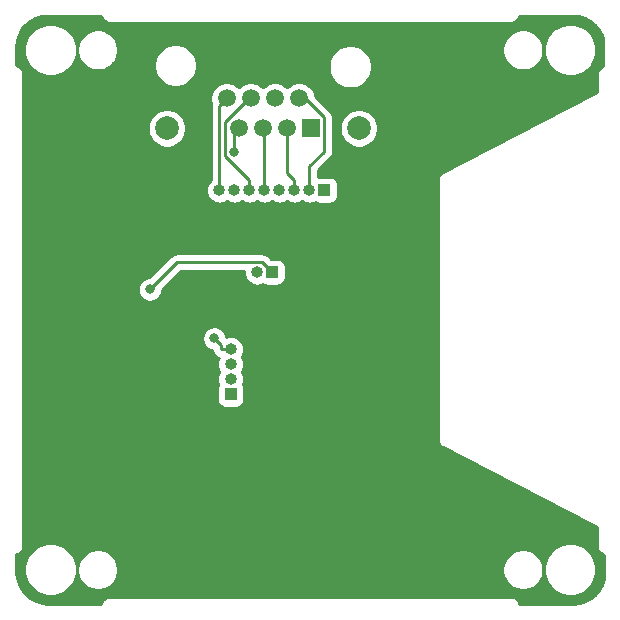
<source format=gbr>
G04 #@! TF.GenerationSoftware,KiCad,Pcbnew,5.1.2-f72e74a~84~ubuntu18.04.1*
G04 #@! TF.CreationDate,2019-06-24T22:58:02+09:00*
G04 #@! TF.ProjectId,dentureRS485,64656e74-7572-4655-9253-3438352e6b69,rev?*
G04 #@! TF.SameCoordinates,Original*
G04 #@! TF.FileFunction,Copper,L2,Bot*
G04 #@! TF.FilePolarity,Positive*
%FSLAX46Y46*%
G04 Gerber Fmt 4.6, Leading zero omitted, Abs format (unit mm)*
G04 Created by KiCad (PCBNEW 5.1.2-f72e74a~84~ubuntu18.04.1) date 2019-06-24 22:58:02*
%MOMM*%
%LPD*%
G04 APERTURE LIST*
%ADD10R,1.000000X1.000000*%
%ADD11O,1.000000X1.000000*%
%ADD12R,1.500000X1.500000*%
%ADD13C,1.500000*%
%ADD14C,2.000000*%
%ADD15C,0.800000*%
%ADD16C,0.250000*%
%ADD17C,0.254000*%
G04 APERTURE END LIST*
D10*
X118259000Y-82153200D03*
D11*
X118259000Y-80883200D03*
X118259000Y-79613200D03*
X118259000Y-78343200D03*
D10*
X126205000Y-64871600D03*
D11*
X124935000Y-64871600D03*
X123665000Y-64871600D03*
X122395000Y-64871600D03*
X121125000Y-64871600D03*
X119855000Y-64871600D03*
X118585000Y-64871600D03*
X117315000Y-64871600D03*
D12*
X125070000Y-59639200D03*
D13*
X123030000Y-59639200D03*
X120990000Y-59639200D03*
X118950000Y-59639200D03*
X124050000Y-57099200D03*
X122010000Y-57099200D03*
X119970000Y-57099200D03*
X117930000Y-57099200D03*
D14*
X129115000Y-59639200D03*
X112865000Y-59639200D03*
D10*
X121769000Y-71813200D03*
D11*
X120499000Y-71813200D03*
D15*
X132868800Y-62953200D03*
X125555053Y-71679453D03*
X139578800Y-93193200D03*
X105795309Y-94437674D03*
X105484039Y-55378439D03*
X110158800Y-76503200D03*
X128798800Y-84413200D03*
X128718800Y-77713200D03*
X141778800Y-56883200D03*
X118531700Y-61673500D03*
X111424600Y-73285600D03*
X116874000Y-77427000D03*
D16*
X132868800Y-62953200D02*
X125555053Y-70266947D01*
X125555053Y-70266947D02*
X125555053Y-71679453D01*
X125555053Y-71679453D02*
X125555053Y-79169453D01*
X125555053Y-79169453D02*
X139578800Y-93193200D01*
X105795309Y-94437674D02*
X105795309Y-55689709D01*
X105795309Y-55689709D02*
X105484039Y-55378439D01*
X105795309Y-94437674D02*
X105795309Y-80866691D01*
X105795309Y-80866691D02*
X110158800Y-76503200D01*
X139578800Y-93193200D02*
X137578800Y-93193200D01*
X137578800Y-93193200D02*
X128798800Y-84413200D01*
X128798800Y-84413200D02*
X128798800Y-77793200D01*
X128798800Y-77793200D02*
X128718800Y-77713200D01*
X132868800Y-62953200D02*
X135708800Y-62953200D01*
X135708800Y-62953200D02*
X141778800Y-56883200D01*
X124050000Y-57099200D02*
X124538000Y-57099200D01*
X124538000Y-57099200D02*
X126145400Y-58706600D01*
X126145400Y-58706600D02*
X126145400Y-61614600D01*
X126145400Y-61614600D02*
X124935000Y-62825000D01*
X124935000Y-62825000D02*
X124935000Y-64871600D01*
X123665000Y-64871600D02*
X123665000Y-64046300D01*
X123030000Y-59639200D02*
X123030000Y-63411300D01*
X123030000Y-63411300D02*
X123665000Y-64046300D01*
X120990000Y-59639200D02*
X121125000Y-59774200D01*
X121125000Y-59774200D02*
X121125000Y-64871600D01*
X119970000Y-57099200D02*
X119842400Y-57099200D01*
X119842400Y-57099200D02*
X117806400Y-59135200D01*
X117806400Y-59135200D02*
X117806400Y-61997700D01*
X117806400Y-61997700D02*
X119855000Y-64046300D01*
X119855000Y-64871600D02*
X119855000Y-64046300D01*
X118950000Y-59639200D02*
X118531700Y-60057500D01*
X118531700Y-60057500D02*
X118531700Y-61673500D01*
X117930000Y-57099200D02*
X117315000Y-57714200D01*
X117315000Y-57714200D02*
X117315000Y-64871600D01*
X121769000Y-71813200D02*
X120943600Y-70987800D01*
X120943600Y-70987800D02*
X113722400Y-70987800D01*
X113722400Y-70987800D02*
X111424600Y-73285600D01*
X118259000Y-78343200D02*
X117433700Y-78343200D01*
X116874000Y-77427000D02*
X117433700Y-77986700D01*
X117433700Y-77986700D02*
X117433700Y-78343200D01*
D17*
G36*
X107300273Y-50139184D02*
G01*
X107340872Y-50273020D01*
X107406800Y-50396363D01*
X107495525Y-50504475D01*
X107575128Y-50569803D01*
X107603637Y-50593200D01*
X107726980Y-50659128D01*
X107860816Y-50699727D01*
X108000000Y-50713435D01*
X108034877Y-50710000D01*
X141965123Y-50710000D01*
X142000000Y-50713435D01*
X142034877Y-50710000D01*
X142139184Y-50699727D01*
X142273020Y-50659128D01*
X142396363Y-50593200D01*
X142504475Y-50504475D01*
X142593200Y-50396363D01*
X142659128Y-50273020D01*
X142699727Y-50139184D01*
X142702187Y-50114200D01*
X147208106Y-50114200D01*
X147721830Y-50164571D01*
X148223785Y-50316120D01*
X148686737Y-50562276D01*
X149093069Y-50893673D01*
X149427287Y-51297672D01*
X149676672Y-51758898D01*
X149776414Y-52081114D01*
X149782107Y-54324149D01*
X149726980Y-54340872D01*
X149603637Y-54406800D01*
X149495525Y-54495525D01*
X149406800Y-54603637D01*
X149340872Y-54726980D01*
X149300273Y-54860816D01*
X149286565Y-55000000D01*
X149290000Y-55034877D01*
X149290001Y-56568377D01*
X136231273Y-63339570D01*
X136226980Y-63340872D01*
X136169214Y-63371749D01*
X136142213Y-63385749D01*
X136138481Y-63388175D01*
X136103637Y-63406800D01*
X136079988Y-63426208D01*
X136054343Y-63442883D01*
X136026062Y-63470465D01*
X135995525Y-63495526D01*
X135976118Y-63519174D01*
X135954218Y-63540532D01*
X135931861Y-63573101D01*
X135906800Y-63603638D01*
X135892380Y-63630616D01*
X135875067Y-63655837D01*
X135859493Y-63692143D01*
X135840872Y-63726981D01*
X135831992Y-63756255D01*
X135819932Y-63784369D01*
X135811742Y-63823010D01*
X135800273Y-63860817D01*
X135797274Y-63891267D01*
X135790932Y-63921188D01*
X135790437Y-63960682D01*
X135790000Y-63965124D01*
X135790000Y-63995623D01*
X135789181Y-64061033D01*
X135790000Y-64065438D01*
X135790001Y-85934557D01*
X135789181Y-85938967D01*
X135790001Y-86004457D01*
X135790001Y-86034877D01*
X135790437Y-86039308D01*
X135790932Y-86078812D01*
X135797276Y-86108741D01*
X135800274Y-86139184D01*
X135811740Y-86176982D01*
X135819932Y-86215631D01*
X135831994Y-86243751D01*
X135840873Y-86273020D01*
X135859491Y-86307852D01*
X135875067Y-86344163D01*
X135892382Y-86369388D01*
X135906801Y-86396363D01*
X135931860Y-86426898D01*
X135954218Y-86459468D01*
X135976119Y-86480827D01*
X135995526Y-86504475D01*
X136026061Y-86529534D01*
X136054343Y-86557117D01*
X136079992Y-86573794D01*
X136103638Y-86593200D01*
X136138477Y-86611822D01*
X136142213Y-86614251D01*
X136169247Y-86628269D01*
X136226981Y-86659128D01*
X136231272Y-86660430D01*
X149265000Y-93418660D01*
X149265001Y-95036105D01*
X149275636Y-95144085D01*
X149317664Y-95282633D01*
X149385914Y-95410320D01*
X149477763Y-95522238D01*
X149589681Y-95614087D01*
X149717368Y-95682337D01*
X149855916Y-95724365D01*
X149887191Y-95727445D01*
X149890000Y-96834164D01*
X149890000Y-97265279D01*
X149837335Y-97802403D01*
X149691427Y-98285673D01*
X149454429Y-98731402D01*
X149135371Y-99122604D01*
X148746407Y-99444384D01*
X148302348Y-99684485D01*
X147820102Y-99833765D01*
X147285071Y-99890000D01*
X142702601Y-99890000D01*
X142699727Y-99860816D01*
X142659128Y-99726980D01*
X142593200Y-99603637D01*
X142504475Y-99495525D01*
X142396363Y-99406800D01*
X142273020Y-99340872D01*
X142139184Y-99300273D01*
X142034877Y-99290000D01*
X142000000Y-99286565D01*
X141965123Y-99290000D01*
X108034877Y-99290000D01*
X108000000Y-99286565D01*
X107965123Y-99290000D01*
X107860816Y-99300273D01*
X107726980Y-99340872D01*
X107603637Y-99406800D01*
X107495525Y-99495525D01*
X107406800Y-99603637D01*
X107340872Y-99726980D01*
X107300273Y-99860816D01*
X107297399Y-99890000D01*
X102834720Y-99890000D01*
X102278169Y-99835429D01*
X101776219Y-99683881D01*
X101313262Y-99437723D01*
X100906932Y-99106329D01*
X100572713Y-98702328D01*
X100323326Y-98241097D01*
X100168278Y-97740215D01*
X100110000Y-97185733D01*
X100110000Y-96779872D01*
X100765000Y-96779872D01*
X100765000Y-97220128D01*
X100850890Y-97651925D01*
X101019369Y-98058669D01*
X101263962Y-98424729D01*
X101575271Y-98736038D01*
X101941331Y-98980631D01*
X102348075Y-99149110D01*
X102779872Y-99235000D01*
X103220128Y-99235000D01*
X103651925Y-99149110D01*
X104058669Y-98980631D01*
X104424729Y-98736038D01*
X104736038Y-98424729D01*
X104980631Y-98058669D01*
X105149110Y-97651925D01*
X105235000Y-97220128D01*
X105235000Y-96829117D01*
X105265000Y-96829117D01*
X105265000Y-97170883D01*
X105331675Y-97506081D01*
X105462463Y-97821831D01*
X105652337Y-98105998D01*
X105894002Y-98347663D01*
X106178169Y-98537537D01*
X106493919Y-98668325D01*
X106829117Y-98735000D01*
X107170883Y-98735000D01*
X107506081Y-98668325D01*
X107821831Y-98537537D01*
X108105998Y-98347663D01*
X108347663Y-98105998D01*
X108537537Y-97821831D01*
X108668325Y-97506081D01*
X108735000Y-97170883D01*
X108735000Y-96829117D01*
X141265000Y-96829117D01*
X141265000Y-97170883D01*
X141331675Y-97506081D01*
X141462463Y-97821831D01*
X141652337Y-98105998D01*
X141894002Y-98347663D01*
X142178169Y-98537537D01*
X142493919Y-98668325D01*
X142829117Y-98735000D01*
X143170883Y-98735000D01*
X143506081Y-98668325D01*
X143821831Y-98537537D01*
X144105998Y-98347663D01*
X144347663Y-98105998D01*
X144537537Y-97821831D01*
X144668325Y-97506081D01*
X144735000Y-97170883D01*
X144735000Y-96829117D01*
X144725205Y-96779872D01*
X144765000Y-96779872D01*
X144765000Y-97220128D01*
X144850890Y-97651925D01*
X145019369Y-98058669D01*
X145263962Y-98424729D01*
X145575271Y-98736038D01*
X145941331Y-98980631D01*
X146348075Y-99149110D01*
X146779872Y-99235000D01*
X147220128Y-99235000D01*
X147651925Y-99149110D01*
X148058669Y-98980631D01*
X148424729Y-98736038D01*
X148736038Y-98424729D01*
X148980631Y-98058669D01*
X149149110Y-97651925D01*
X149235000Y-97220128D01*
X149235000Y-96779872D01*
X149149110Y-96348075D01*
X148980631Y-95941331D01*
X148736038Y-95575271D01*
X148424729Y-95263962D01*
X148058669Y-95019369D01*
X147651925Y-94850890D01*
X147220128Y-94765000D01*
X146779872Y-94765000D01*
X146348075Y-94850890D01*
X145941331Y-95019369D01*
X145575271Y-95263962D01*
X145263962Y-95575271D01*
X145019369Y-95941331D01*
X144850890Y-96348075D01*
X144765000Y-96779872D01*
X144725205Y-96779872D01*
X144668325Y-96493919D01*
X144537537Y-96178169D01*
X144347663Y-95894002D01*
X144105998Y-95652337D01*
X143821831Y-95462463D01*
X143506081Y-95331675D01*
X143170883Y-95265000D01*
X142829117Y-95265000D01*
X142493919Y-95331675D01*
X142178169Y-95462463D01*
X141894002Y-95652337D01*
X141652337Y-95894002D01*
X141462463Y-96178169D01*
X141331675Y-96493919D01*
X141265000Y-96829117D01*
X108735000Y-96829117D01*
X108668325Y-96493919D01*
X108537537Y-96178169D01*
X108347663Y-95894002D01*
X108105998Y-95652337D01*
X107821831Y-95462463D01*
X107506081Y-95331675D01*
X107170883Y-95265000D01*
X106829117Y-95265000D01*
X106493919Y-95331675D01*
X106178169Y-95462463D01*
X105894002Y-95652337D01*
X105652337Y-95894002D01*
X105462463Y-96178169D01*
X105331675Y-96493919D01*
X105265000Y-96829117D01*
X105235000Y-96829117D01*
X105235000Y-96779872D01*
X105149110Y-96348075D01*
X104980631Y-95941331D01*
X104736038Y-95575271D01*
X104424729Y-95263962D01*
X104058669Y-95019369D01*
X103651925Y-94850890D01*
X103220128Y-94765000D01*
X102779872Y-94765000D01*
X102348075Y-94850890D01*
X101941331Y-95019369D01*
X101575271Y-95263962D01*
X101263962Y-95575271D01*
X101019369Y-95941331D01*
X100850890Y-96348075D01*
X100765000Y-96779872D01*
X100110000Y-96779872D01*
X100110000Y-95702601D01*
X100139184Y-95699727D01*
X100273020Y-95659128D01*
X100396363Y-95593200D01*
X100504475Y-95504475D01*
X100593200Y-95396363D01*
X100659128Y-95273020D01*
X100699727Y-95139184D01*
X100713435Y-95000000D01*
X100710000Y-94965123D01*
X100710000Y-77325061D01*
X115839000Y-77325061D01*
X115839000Y-77528939D01*
X115878774Y-77728898D01*
X115956795Y-77917256D01*
X116070063Y-78086774D01*
X116214226Y-78230937D01*
X116383744Y-78344205D01*
X116572102Y-78422226D01*
X116679919Y-78443672D01*
X116684697Y-78492186D01*
X116728154Y-78635447D01*
X116798726Y-78767476D01*
X116893699Y-78883201D01*
X117009424Y-78978174D01*
X117141453Y-79048746D01*
X117255288Y-79083277D01*
X117205324Y-79176753D01*
X117140423Y-79390701D01*
X117118509Y-79613200D01*
X117140423Y-79835699D01*
X117205324Y-80049647D01*
X117310716Y-80246823D01*
X117311846Y-80248200D01*
X117310716Y-80249577D01*
X117205324Y-80446753D01*
X117140423Y-80660701D01*
X117118509Y-80883200D01*
X117140423Y-81105699D01*
X117205324Y-81319647D01*
X117211297Y-81330821D01*
X117169498Y-81409020D01*
X117133188Y-81528718D01*
X117120928Y-81653200D01*
X117120928Y-82653200D01*
X117133188Y-82777682D01*
X117169498Y-82897380D01*
X117228463Y-83007694D01*
X117307815Y-83104385D01*
X117404506Y-83183737D01*
X117514820Y-83242702D01*
X117634518Y-83279012D01*
X117759000Y-83291272D01*
X118759000Y-83291272D01*
X118883482Y-83279012D01*
X119003180Y-83242702D01*
X119113494Y-83183737D01*
X119210185Y-83104385D01*
X119289537Y-83007694D01*
X119348502Y-82897380D01*
X119384812Y-82777682D01*
X119397072Y-82653200D01*
X119397072Y-81653200D01*
X119384812Y-81528718D01*
X119348502Y-81409020D01*
X119306703Y-81330821D01*
X119312676Y-81319647D01*
X119377577Y-81105699D01*
X119399491Y-80883200D01*
X119377577Y-80660701D01*
X119312676Y-80446753D01*
X119207284Y-80249577D01*
X119206154Y-80248200D01*
X119207284Y-80246823D01*
X119312676Y-80049647D01*
X119377577Y-79835699D01*
X119399491Y-79613200D01*
X119377577Y-79390701D01*
X119312676Y-79176753D01*
X119207284Y-78979577D01*
X119206154Y-78978200D01*
X119207284Y-78976823D01*
X119312676Y-78779647D01*
X119377577Y-78565699D01*
X119399491Y-78343200D01*
X119377577Y-78120701D01*
X119312676Y-77906753D01*
X119207284Y-77709577D01*
X119065449Y-77536751D01*
X118892623Y-77394916D01*
X118695447Y-77289524D01*
X118481499Y-77224623D01*
X118314752Y-77208200D01*
X118203248Y-77208200D01*
X118036501Y-77224623D01*
X117897414Y-77266815D01*
X117869226Y-77125102D01*
X117791205Y-76936744D01*
X117677937Y-76767226D01*
X117533774Y-76623063D01*
X117364256Y-76509795D01*
X117175898Y-76431774D01*
X116975939Y-76392000D01*
X116772061Y-76392000D01*
X116572102Y-76431774D01*
X116383744Y-76509795D01*
X116214226Y-76623063D01*
X116070063Y-76767226D01*
X115956795Y-76936744D01*
X115878774Y-77125102D01*
X115839000Y-77325061D01*
X100710000Y-77325061D01*
X100710000Y-73183661D01*
X110389600Y-73183661D01*
X110389600Y-73387539D01*
X110429374Y-73587498D01*
X110507395Y-73775856D01*
X110620663Y-73945374D01*
X110764826Y-74089537D01*
X110934344Y-74202805D01*
X111122702Y-74280826D01*
X111322661Y-74320600D01*
X111526539Y-74320600D01*
X111726498Y-74280826D01*
X111914856Y-74202805D01*
X112084374Y-74089537D01*
X112228537Y-73945374D01*
X112341805Y-73775856D01*
X112419826Y-73587498D01*
X112459600Y-73387539D01*
X112459600Y-73325401D01*
X114037202Y-71747800D01*
X119364950Y-71747800D01*
X119358509Y-71813200D01*
X119380423Y-72035699D01*
X119445324Y-72249647D01*
X119550716Y-72446823D01*
X119692551Y-72619649D01*
X119865377Y-72761484D01*
X120062553Y-72866876D01*
X120276501Y-72931777D01*
X120443248Y-72948200D01*
X120554752Y-72948200D01*
X120721499Y-72931777D01*
X120935447Y-72866876D01*
X120946621Y-72860903D01*
X121024820Y-72902702D01*
X121144518Y-72939012D01*
X121269000Y-72951272D01*
X122269000Y-72951272D01*
X122393482Y-72939012D01*
X122513180Y-72902702D01*
X122623494Y-72843737D01*
X122720185Y-72764385D01*
X122799537Y-72667694D01*
X122858502Y-72557380D01*
X122894812Y-72437682D01*
X122907072Y-72313200D01*
X122907072Y-71313200D01*
X122894812Y-71188718D01*
X122858502Y-71069020D01*
X122799537Y-70958706D01*
X122720185Y-70862015D01*
X122623494Y-70782663D01*
X122513180Y-70723698D01*
X122393482Y-70687388D01*
X122269000Y-70675128D01*
X121705729Y-70675128D01*
X121507403Y-70476802D01*
X121483601Y-70447799D01*
X121367876Y-70352826D01*
X121235847Y-70282254D01*
X121092586Y-70238797D01*
X120980933Y-70227800D01*
X120980922Y-70227800D01*
X120943600Y-70224124D01*
X120906278Y-70227800D01*
X113759723Y-70227800D01*
X113722400Y-70224124D01*
X113685077Y-70227800D01*
X113685067Y-70227800D01*
X113573414Y-70238797D01*
X113430153Y-70282254D01*
X113298123Y-70352826D01*
X113214483Y-70421468D01*
X113182399Y-70447799D01*
X113158601Y-70476797D01*
X111384799Y-72250600D01*
X111322661Y-72250600D01*
X111122702Y-72290374D01*
X110934344Y-72368395D01*
X110764826Y-72481663D01*
X110620663Y-72625826D01*
X110507395Y-72795344D01*
X110429374Y-72983702D01*
X110389600Y-73183661D01*
X100710000Y-73183661D01*
X100710000Y-64871600D01*
X116174509Y-64871600D01*
X116196423Y-65094099D01*
X116261324Y-65308047D01*
X116366716Y-65505223D01*
X116508551Y-65678049D01*
X116681377Y-65819884D01*
X116878553Y-65925276D01*
X117092501Y-65990177D01*
X117259248Y-66006600D01*
X117370752Y-66006600D01*
X117537499Y-65990177D01*
X117751447Y-65925276D01*
X117948623Y-65819884D01*
X117950000Y-65818754D01*
X117951377Y-65819884D01*
X118148553Y-65925276D01*
X118362501Y-65990177D01*
X118529248Y-66006600D01*
X118640752Y-66006600D01*
X118807499Y-65990177D01*
X119021447Y-65925276D01*
X119218623Y-65819884D01*
X119220000Y-65818754D01*
X119221377Y-65819884D01*
X119418553Y-65925276D01*
X119632501Y-65990177D01*
X119799248Y-66006600D01*
X119910752Y-66006600D01*
X120077499Y-65990177D01*
X120291447Y-65925276D01*
X120488623Y-65819884D01*
X120490000Y-65818754D01*
X120491377Y-65819884D01*
X120688553Y-65925276D01*
X120902501Y-65990177D01*
X121069248Y-66006600D01*
X121180752Y-66006600D01*
X121347499Y-65990177D01*
X121561447Y-65925276D01*
X121758623Y-65819884D01*
X121760000Y-65818754D01*
X121761377Y-65819884D01*
X121958553Y-65925276D01*
X122172501Y-65990177D01*
X122339248Y-66006600D01*
X122450752Y-66006600D01*
X122617499Y-65990177D01*
X122831447Y-65925276D01*
X123028623Y-65819884D01*
X123030000Y-65818754D01*
X123031377Y-65819884D01*
X123228553Y-65925276D01*
X123442501Y-65990177D01*
X123609248Y-66006600D01*
X123720752Y-66006600D01*
X123887499Y-65990177D01*
X124101447Y-65925276D01*
X124298623Y-65819884D01*
X124300000Y-65818754D01*
X124301377Y-65819884D01*
X124498553Y-65925276D01*
X124712501Y-65990177D01*
X124879248Y-66006600D01*
X124990752Y-66006600D01*
X125157499Y-65990177D01*
X125371447Y-65925276D01*
X125382621Y-65919303D01*
X125460820Y-65961102D01*
X125580518Y-65997412D01*
X125705000Y-66009672D01*
X126705000Y-66009672D01*
X126829482Y-65997412D01*
X126949180Y-65961102D01*
X127059494Y-65902137D01*
X127156185Y-65822785D01*
X127235537Y-65726094D01*
X127294502Y-65615780D01*
X127330812Y-65496082D01*
X127343072Y-65371600D01*
X127343072Y-64371600D01*
X127330812Y-64247118D01*
X127294502Y-64127420D01*
X127235537Y-64017106D01*
X127156185Y-63920415D01*
X127059494Y-63841063D01*
X126949180Y-63782098D01*
X126829482Y-63745788D01*
X126705000Y-63733528D01*
X125705000Y-63733528D01*
X125695000Y-63734513D01*
X125695000Y-63139801D01*
X126656403Y-62178399D01*
X126685401Y-62154601D01*
X126749910Y-62075997D01*
X126780374Y-62038877D01*
X126850946Y-61906847D01*
X126890807Y-61775439D01*
X126894403Y-61763586D01*
X126905400Y-61651933D01*
X126905400Y-61651924D01*
X126909076Y-61614601D01*
X126905400Y-61577278D01*
X126905400Y-59478167D01*
X127480000Y-59478167D01*
X127480000Y-59800233D01*
X127542832Y-60116112D01*
X127666082Y-60413663D01*
X127845013Y-60681452D01*
X128072748Y-60909187D01*
X128340537Y-61088118D01*
X128638088Y-61211368D01*
X128953967Y-61274200D01*
X129276033Y-61274200D01*
X129591912Y-61211368D01*
X129889463Y-61088118D01*
X130157252Y-60909187D01*
X130384987Y-60681452D01*
X130563918Y-60413663D01*
X130687168Y-60116112D01*
X130750000Y-59800233D01*
X130750000Y-59478167D01*
X130687168Y-59162288D01*
X130563918Y-58864737D01*
X130384987Y-58596948D01*
X130157252Y-58369213D01*
X129889463Y-58190282D01*
X129591912Y-58067032D01*
X129276033Y-58004200D01*
X128953967Y-58004200D01*
X128638088Y-58067032D01*
X128340537Y-58190282D01*
X128072748Y-58369213D01*
X127845013Y-58596948D01*
X127666082Y-58864737D01*
X127542832Y-59162288D01*
X127480000Y-59478167D01*
X126905400Y-59478167D01*
X126905400Y-58743923D01*
X126909076Y-58706600D01*
X126905400Y-58669277D01*
X126905400Y-58669267D01*
X126894403Y-58557614D01*
X126850946Y-58414353D01*
X126780375Y-58282325D01*
X126780374Y-58282323D01*
X126709199Y-58195597D01*
X126685401Y-58166599D01*
X126656404Y-58142802D01*
X125424723Y-56911121D01*
X125381775Y-56695211D01*
X125277371Y-56443157D01*
X125125799Y-56216314D01*
X124932886Y-56023401D01*
X124706043Y-55871829D01*
X124453989Y-55767425D01*
X124186411Y-55714200D01*
X123913589Y-55714200D01*
X123646011Y-55767425D01*
X123393957Y-55871829D01*
X123167114Y-56023401D01*
X123030000Y-56160515D01*
X122892886Y-56023401D01*
X122666043Y-55871829D01*
X122413989Y-55767425D01*
X122146411Y-55714200D01*
X121873589Y-55714200D01*
X121606011Y-55767425D01*
X121353957Y-55871829D01*
X121127114Y-56023401D01*
X120990000Y-56160515D01*
X120852886Y-56023401D01*
X120626043Y-55871829D01*
X120373989Y-55767425D01*
X120106411Y-55714200D01*
X119833589Y-55714200D01*
X119566011Y-55767425D01*
X119313957Y-55871829D01*
X119087114Y-56023401D01*
X118950000Y-56160515D01*
X118812886Y-56023401D01*
X118586043Y-55871829D01*
X118333989Y-55767425D01*
X118066411Y-55714200D01*
X117793589Y-55714200D01*
X117526011Y-55767425D01*
X117273957Y-55871829D01*
X117047114Y-56023401D01*
X116854201Y-56216314D01*
X116702629Y-56443157D01*
X116598225Y-56695211D01*
X116545000Y-56962789D01*
X116545000Y-57235611D01*
X116592913Y-57476484D01*
X116565997Y-57565215D01*
X116555000Y-57676868D01*
X116555000Y-57676878D01*
X116551324Y-57714200D01*
X116555000Y-57751523D01*
X116555001Y-64027030D01*
X116508551Y-64065151D01*
X116366716Y-64237977D01*
X116261324Y-64435153D01*
X116196423Y-64649101D01*
X116174509Y-64871600D01*
X100710000Y-64871600D01*
X100710000Y-59478167D01*
X111230000Y-59478167D01*
X111230000Y-59800233D01*
X111292832Y-60116112D01*
X111416082Y-60413663D01*
X111595013Y-60681452D01*
X111822748Y-60909187D01*
X112090537Y-61088118D01*
X112388088Y-61211368D01*
X112703967Y-61274200D01*
X113026033Y-61274200D01*
X113341912Y-61211368D01*
X113639463Y-61088118D01*
X113907252Y-60909187D01*
X114134987Y-60681452D01*
X114313918Y-60413663D01*
X114437168Y-60116112D01*
X114500000Y-59800233D01*
X114500000Y-59478167D01*
X114437168Y-59162288D01*
X114313918Y-58864737D01*
X114134987Y-58596948D01*
X113907252Y-58369213D01*
X113639463Y-58190282D01*
X113341912Y-58067032D01*
X113026033Y-58004200D01*
X112703967Y-58004200D01*
X112388088Y-58067032D01*
X112090537Y-58190282D01*
X111822748Y-58369213D01*
X111595013Y-58596948D01*
X111416082Y-58864737D01*
X111292832Y-59162288D01*
X111230000Y-59478167D01*
X100710000Y-59478167D01*
X100710000Y-55034877D01*
X100713435Y-55000000D01*
X100699727Y-54860816D01*
X100659128Y-54726980D01*
X100593200Y-54603637D01*
X100504475Y-54495525D01*
X100396363Y-54406800D01*
X100273020Y-54340872D01*
X100139184Y-54300273D01*
X100110000Y-54297399D01*
X100110000Y-52779872D01*
X100765000Y-52779872D01*
X100765000Y-53220128D01*
X100850890Y-53651925D01*
X101019369Y-54058669D01*
X101263962Y-54424729D01*
X101575271Y-54736038D01*
X101941331Y-54980631D01*
X102348075Y-55149110D01*
X102779872Y-55235000D01*
X103220128Y-55235000D01*
X103651925Y-55149110D01*
X104058669Y-54980631D01*
X104424729Y-54736038D01*
X104736038Y-54424729D01*
X104980631Y-54058669D01*
X105149110Y-53651925D01*
X105235000Y-53220128D01*
X105235000Y-52829117D01*
X105265000Y-52829117D01*
X105265000Y-53170883D01*
X105331675Y-53506081D01*
X105462463Y-53821831D01*
X105652337Y-54105998D01*
X105894002Y-54347663D01*
X106178169Y-54537537D01*
X106493919Y-54668325D01*
X106829117Y-54735000D01*
X107170883Y-54735000D01*
X107506081Y-54668325D01*
X107821831Y-54537537D01*
X108105998Y-54347663D01*
X108303793Y-54149868D01*
X111755000Y-54149868D01*
X111755000Y-54511332D01*
X111825518Y-54865850D01*
X111963844Y-55199799D01*
X112164662Y-55500344D01*
X112420256Y-55755938D01*
X112720801Y-55956756D01*
X113054750Y-56095082D01*
X113409268Y-56165600D01*
X113770732Y-56165600D01*
X114125250Y-56095082D01*
X114459199Y-55956756D01*
X114759744Y-55755938D01*
X115015338Y-55500344D01*
X115216156Y-55199799D01*
X115354482Y-54865850D01*
X115425000Y-54511332D01*
X115425000Y-54238768D01*
X126555000Y-54238768D01*
X126555000Y-54600232D01*
X126625518Y-54954750D01*
X126763844Y-55288699D01*
X126964662Y-55589244D01*
X127220256Y-55844838D01*
X127520801Y-56045656D01*
X127854750Y-56183982D01*
X128209268Y-56254500D01*
X128570732Y-56254500D01*
X128925250Y-56183982D01*
X129259199Y-56045656D01*
X129559744Y-55844838D01*
X129815338Y-55589244D01*
X130016156Y-55288699D01*
X130154482Y-54954750D01*
X130225000Y-54600232D01*
X130225000Y-54238768D01*
X130154482Y-53884250D01*
X130016156Y-53550301D01*
X129815338Y-53249756D01*
X129559744Y-52994162D01*
X129312738Y-52829117D01*
X141265000Y-52829117D01*
X141265000Y-53170883D01*
X141331675Y-53506081D01*
X141462463Y-53821831D01*
X141652337Y-54105998D01*
X141894002Y-54347663D01*
X142178169Y-54537537D01*
X142493919Y-54668325D01*
X142829117Y-54735000D01*
X143170883Y-54735000D01*
X143506081Y-54668325D01*
X143821831Y-54537537D01*
X144105998Y-54347663D01*
X144347663Y-54105998D01*
X144537537Y-53821831D01*
X144668325Y-53506081D01*
X144735000Y-53170883D01*
X144735000Y-52829117D01*
X144725205Y-52779872D01*
X144765000Y-52779872D01*
X144765000Y-53220128D01*
X144850890Y-53651925D01*
X145019369Y-54058669D01*
X145263962Y-54424729D01*
X145575271Y-54736038D01*
X145941331Y-54980631D01*
X146348075Y-55149110D01*
X146779872Y-55235000D01*
X147220128Y-55235000D01*
X147651925Y-55149110D01*
X148058669Y-54980631D01*
X148424729Y-54736038D01*
X148736038Y-54424729D01*
X148980631Y-54058669D01*
X149149110Y-53651925D01*
X149235000Y-53220128D01*
X149235000Y-52779872D01*
X149149110Y-52348075D01*
X148980631Y-51941331D01*
X148736038Y-51575271D01*
X148424729Y-51263962D01*
X148058669Y-51019369D01*
X147651925Y-50850890D01*
X147220128Y-50765000D01*
X146779872Y-50765000D01*
X146348075Y-50850890D01*
X145941331Y-51019369D01*
X145575271Y-51263962D01*
X145263962Y-51575271D01*
X145019369Y-51941331D01*
X144850890Y-52348075D01*
X144765000Y-52779872D01*
X144725205Y-52779872D01*
X144668325Y-52493919D01*
X144537537Y-52178169D01*
X144347663Y-51894002D01*
X144105998Y-51652337D01*
X143821831Y-51462463D01*
X143506081Y-51331675D01*
X143170883Y-51265000D01*
X142829117Y-51265000D01*
X142493919Y-51331675D01*
X142178169Y-51462463D01*
X141894002Y-51652337D01*
X141652337Y-51894002D01*
X141462463Y-52178169D01*
X141331675Y-52493919D01*
X141265000Y-52829117D01*
X129312738Y-52829117D01*
X129259199Y-52793344D01*
X128925250Y-52655018D01*
X128570732Y-52584500D01*
X128209268Y-52584500D01*
X127854750Y-52655018D01*
X127520801Y-52793344D01*
X127220256Y-52994162D01*
X126964662Y-53249756D01*
X126763844Y-53550301D01*
X126625518Y-53884250D01*
X126555000Y-54238768D01*
X115425000Y-54238768D01*
X115425000Y-54149868D01*
X115354482Y-53795350D01*
X115216156Y-53461401D01*
X115015338Y-53160856D01*
X114759744Y-52905262D01*
X114459199Y-52704444D01*
X114125250Y-52566118D01*
X113770732Y-52495600D01*
X113409268Y-52495600D01*
X113054750Y-52566118D01*
X112720801Y-52704444D01*
X112420256Y-52905262D01*
X112164662Y-53160856D01*
X111963844Y-53461401D01*
X111825518Y-53795350D01*
X111755000Y-54149868D01*
X108303793Y-54149868D01*
X108347663Y-54105998D01*
X108537537Y-53821831D01*
X108668325Y-53506081D01*
X108735000Y-53170883D01*
X108735000Y-52829117D01*
X108668325Y-52493919D01*
X108537537Y-52178169D01*
X108347663Y-51894002D01*
X108105998Y-51652337D01*
X107821831Y-51462463D01*
X107506081Y-51331675D01*
X107170883Y-51265000D01*
X106829117Y-51265000D01*
X106493919Y-51331675D01*
X106178169Y-51462463D01*
X105894002Y-51652337D01*
X105652337Y-51894002D01*
X105462463Y-52178169D01*
X105331675Y-52493919D01*
X105265000Y-52829117D01*
X105235000Y-52829117D01*
X105235000Y-52779872D01*
X105149110Y-52348075D01*
X104980631Y-51941331D01*
X104736038Y-51575271D01*
X104424729Y-51263962D01*
X104058669Y-51019369D01*
X103651925Y-50850890D01*
X103220128Y-50765000D01*
X102779872Y-50765000D01*
X102348075Y-50850890D01*
X101941331Y-51019369D01*
X101575271Y-51263962D01*
X101263962Y-51575271D01*
X101019369Y-51941331D01*
X100850890Y-52348075D01*
X100765000Y-52779872D01*
X100110000Y-52779872D01*
X100110000Y-52734720D01*
X100162665Y-52197597D01*
X100308574Y-51714326D01*
X100545570Y-51268601D01*
X100864631Y-50877393D01*
X101253593Y-50555616D01*
X101697654Y-50315514D01*
X102179898Y-50166235D01*
X102674969Y-50114200D01*
X107297813Y-50114200D01*
X107300273Y-50139184D01*
X107300273Y-50139184D01*
G37*
X107300273Y-50139184D02*
X107340872Y-50273020D01*
X107406800Y-50396363D01*
X107495525Y-50504475D01*
X107575128Y-50569803D01*
X107603637Y-50593200D01*
X107726980Y-50659128D01*
X107860816Y-50699727D01*
X108000000Y-50713435D01*
X108034877Y-50710000D01*
X141965123Y-50710000D01*
X142000000Y-50713435D01*
X142034877Y-50710000D01*
X142139184Y-50699727D01*
X142273020Y-50659128D01*
X142396363Y-50593200D01*
X142504475Y-50504475D01*
X142593200Y-50396363D01*
X142659128Y-50273020D01*
X142699727Y-50139184D01*
X142702187Y-50114200D01*
X147208106Y-50114200D01*
X147721830Y-50164571D01*
X148223785Y-50316120D01*
X148686737Y-50562276D01*
X149093069Y-50893673D01*
X149427287Y-51297672D01*
X149676672Y-51758898D01*
X149776414Y-52081114D01*
X149782107Y-54324149D01*
X149726980Y-54340872D01*
X149603637Y-54406800D01*
X149495525Y-54495525D01*
X149406800Y-54603637D01*
X149340872Y-54726980D01*
X149300273Y-54860816D01*
X149286565Y-55000000D01*
X149290000Y-55034877D01*
X149290001Y-56568377D01*
X136231273Y-63339570D01*
X136226980Y-63340872D01*
X136169214Y-63371749D01*
X136142213Y-63385749D01*
X136138481Y-63388175D01*
X136103637Y-63406800D01*
X136079988Y-63426208D01*
X136054343Y-63442883D01*
X136026062Y-63470465D01*
X135995525Y-63495526D01*
X135976118Y-63519174D01*
X135954218Y-63540532D01*
X135931861Y-63573101D01*
X135906800Y-63603638D01*
X135892380Y-63630616D01*
X135875067Y-63655837D01*
X135859493Y-63692143D01*
X135840872Y-63726981D01*
X135831992Y-63756255D01*
X135819932Y-63784369D01*
X135811742Y-63823010D01*
X135800273Y-63860817D01*
X135797274Y-63891267D01*
X135790932Y-63921188D01*
X135790437Y-63960682D01*
X135790000Y-63965124D01*
X135790000Y-63995623D01*
X135789181Y-64061033D01*
X135790000Y-64065438D01*
X135790001Y-85934557D01*
X135789181Y-85938967D01*
X135790001Y-86004457D01*
X135790001Y-86034877D01*
X135790437Y-86039308D01*
X135790932Y-86078812D01*
X135797276Y-86108741D01*
X135800274Y-86139184D01*
X135811740Y-86176982D01*
X135819932Y-86215631D01*
X135831994Y-86243751D01*
X135840873Y-86273020D01*
X135859491Y-86307852D01*
X135875067Y-86344163D01*
X135892382Y-86369388D01*
X135906801Y-86396363D01*
X135931860Y-86426898D01*
X135954218Y-86459468D01*
X135976119Y-86480827D01*
X135995526Y-86504475D01*
X136026061Y-86529534D01*
X136054343Y-86557117D01*
X136079992Y-86573794D01*
X136103638Y-86593200D01*
X136138477Y-86611822D01*
X136142213Y-86614251D01*
X136169247Y-86628269D01*
X136226981Y-86659128D01*
X136231272Y-86660430D01*
X149265000Y-93418660D01*
X149265001Y-95036105D01*
X149275636Y-95144085D01*
X149317664Y-95282633D01*
X149385914Y-95410320D01*
X149477763Y-95522238D01*
X149589681Y-95614087D01*
X149717368Y-95682337D01*
X149855916Y-95724365D01*
X149887191Y-95727445D01*
X149890000Y-96834164D01*
X149890000Y-97265279D01*
X149837335Y-97802403D01*
X149691427Y-98285673D01*
X149454429Y-98731402D01*
X149135371Y-99122604D01*
X148746407Y-99444384D01*
X148302348Y-99684485D01*
X147820102Y-99833765D01*
X147285071Y-99890000D01*
X142702601Y-99890000D01*
X142699727Y-99860816D01*
X142659128Y-99726980D01*
X142593200Y-99603637D01*
X142504475Y-99495525D01*
X142396363Y-99406800D01*
X142273020Y-99340872D01*
X142139184Y-99300273D01*
X142034877Y-99290000D01*
X142000000Y-99286565D01*
X141965123Y-99290000D01*
X108034877Y-99290000D01*
X108000000Y-99286565D01*
X107965123Y-99290000D01*
X107860816Y-99300273D01*
X107726980Y-99340872D01*
X107603637Y-99406800D01*
X107495525Y-99495525D01*
X107406800Y-99603637D01*
X107340872Y-99726980D01*
X107300273Y-99860816D01*
X107297399Y-99890000D01*
X102834720Y-99890000D01*
X102278169Y-99835429D01*
X101776219Y-99683881D01*
X101313262Y-99437723D01*
X100906932Y-99106329D01*
X100572713Y-98702328D01*
X100323326Y-98241097D01*
X100168278Y-97740215D01*
X100110000Y-97185733D01*
X100110000Y-96779872D01*
X100765000Y-96779872D01*
X100765000Y-97220128D01*
X100850890Y-97651925D01*
X101019369Y-98058669D01*
X101263962Y-98424729D01*
X101575271Y-98736038D01*
X101941331Y-98980631D01*
X102348075Y-99149110D01*
X102779872Y-99235000D01*
X103220128Y-99235000D01*
X103651925Y-99149110D01*
X104058669Y-98980631D01*
X104424729Y-98736038D01*
X104736038Y-98424729D01*
X104980631Y-98058669D01*
X105149110Y-97651925D01*
X105235000Y-97220128D01*
X105235000Y-96829117D01*
X105265000Y-96829117D01*
X105265000Y-97170883D01*
X105331675Y-97506081D01*
X105462463Y-97821831D01*
X105652337Y-98105998D01*
X105894002Y-98347663D01*
X106178169Y-98537537D01*
X106493919Y-98668325D01*
X106829117Y-98735000D01*
X107170883Y-98735000D01*
X107506081Y-98668325D01*
X107821831Y-98537537D01*
X108105998Y-98347663D01*
X108347663Y-98105998D01*
X108537537Y-97821831D01*
X108668325Y-97506081D01*
X108735000Y-97170883D01*
X108735000Y-96829117D01*
X141265000Y-96829117D01*
X141265000Y-97170883D01*
X141331675Y-97506081D01*
X141462463Y-97821831D01*
X141652337Y-98105998D01*
X141894002Y-98347663D01*
X142178169Y-98537537D01*
X142493919Y-98668325D01*
X142829117Y-98735000D01*
X143170883Y-98735000D01*
X143506081Y-98668325D01*
X143821831Y-98537537D01*
X144105998Y-98347663D01*
X144347663Y-98105998D01*
X144537537Y-97821831D01*
X144668325Y-97506081D01*
X144735000Y-97170883D01*
X144735000Y-96829117D01*
X144725205Y-96779872D01*
X144765000Y-96779872D01*
X144765000Y-97220128D01*
X144850890Y-97651925D01*
X145019369Y-98058669D01*
X145263962Y-98424729D01*
X145575271Y-98736038D01*
X145941331Y-98980631D01*
X146348075Y-99149110D01*
X146779872Y-99235000D01*
X147220128Y-99235000D01*
X147651925Y-99149110D01*
X148058669Y-98980631D01*
X148424729Y-98736038D01*
X148736038Y-98424729D01*
X148980631Y-98058669D01*
X149149110Y-97651925D01*
X149235000Y-97220128D01*
X149235000Y-96779872D01*
X149149110Y-96348075D01*
X148980631Y-95941331D01*
X148736038Y-95575271D01*
X148424729Y-95263962D01*
X148058669Y-95019369D01*
X147651925Y-94850890D01*
X147220128Y-94765000D01*
X146779872Y-94765000D01*
X146348075Y-94850890D01*
X145941331Y-95019369D01*
X145575271Y-95263962D01*
X145263962Y-95575271D01*
X145019369Y-95941331D01*
X144850890Y-96348075D01*
X144765000Y-96779872D01*
X144725205Y-96779872D01*
X144668325Y-96493919D01*
X144537537Y-96178169D01*
X144347663Y-95894002D01*
X144105998Y-95652337D01*
X143821831Y-95462463D01*
X143506081Y-95331675D01*
X143170883Y-95265000D01*
X142829117Y-95265000D01*
X142493919Y-95331675D01*
X142178169Y-95462463D01*
X141894002Y-95652337D01*
X141652337Y-95894002D01*
X141462463Y-96178169D01*
X141331675Y-96493919D01*
X141265000Y-96829117D01*
X108735000Y-96829117D01*
X108668325Y-96493919D01*
X108537537Y-96178169D01*
X108347663Y-95894002D01*
X108105998Y-95652337D01*
X107821831Y-95462463D01*
X107506081Y-95331675D01*
X107170883Y-95265000D01*
X106829117Y-95265000D01*
X106493919Y-95331675D01*
X106178169Y-95462463D01*
X105894002Y-95652337D01*
X105652337Y-95894002D01*
X105462463Y-96178169D01*
X105331675Y-96493919D01*
X105265000Y-96829117D01*
X105235000Y-96829117D01*
X105235000Y-96779872D01*
X105149110Y-96348075D01*
X104980631Y-95941331D01*
X104736038Y-95575271D01*
X104424729Y-95263962D01*
X104058669Y-95019369D01*
X103651925Y-94850890D01*
X103220128Y-94765000D01*
X102779872Y-94765000D01*
X102348075Y-94850890D01*
X101941331Y-95019369D01*
X101575271Y-95263962D01*
X101263962Y-95575271D01*
X101019369Y-95941331D01*
X100850890Y-96348075D01*
X100765000Y-96779872D01*
X100110000Y-96779872D01*
X100110000Y-95702601D01*
X100139184Y-95699727D01*
X100273020Y-95659128D01*
X100396363Y-95593200D01*
X100504475Y-95504475D01*
X100593200Y-95396363D01*
X100659128Y-95273020D01*
X100699727Y-95139184D01*
X100713435Y-95000000D01*
X100710000Y-94965123D01*
X100710000Y-77325061D01*
X115839000Y-77325061D01*
X115839000Y-77528939D01*
X115878774Y-77728898D01*
X115956795Y-77917256D01*
X116070063Y-78086774D01*
X116214226Y-78230937D01*
X116383744Y-78344205D01*
X116572102Y-78422226D01*
X116679919Y-78443672D01*
X116684697Y-78492186D01*
X116728154Y-78635447D01*
X116798726Y-78767476D01*
X116893699Y-78883201D01*
X117009424Y-78978174D01*
X117141453Y-79048746D01*
X117255288Y-79083277D01*
X117205324Y-79176753D01*
X117140423Y-79390701D01*
X117118509Y-79613200D01*
X117140423Y-79835699D01*
X117205324Y-80049647D01*
X117310716Y-80246823D01*
X117311846Y-80248200D01*
X117310716Y-80249577D01*
X117205324Y-80446753D01*
X117140423Y-80660701D01*
X117118509Y-80883200D01*
X117140423Y-81105699D01*
X117205324Y-81319647D01*
X117211297Y-81330821D01*
X117169498Y-81409020D01*
X117133188Y-81528718D01*
X117120928Y-81653200D01*
X117120928Y-82653200D01*
X117133188Y-82777682D01*
X117169498Y-82897380D01*
X117228463Y-83007694D01*
X117307815Y-83104385D01*
X117404506Y-83183737D01*
X117514820Y-83242702D01*
X117634518Y-83279012D01*
X117759000Y-83291272D01*
X118759000Y-83291272D01*
X118883482Y-83279012D01*
X119003180Y-83242702D01*
X119113494Y-83183737D01*
X119210185Y-83104385D01*
X119289537Y-83007694D01*
X119348502Y-82897380D01*
X119384812Y-82777682D01*
X119397072Y-82653200D01*
X119397072Y-81653200D01*
X119384812Y-81528718D01*
X119348502Y-81409020D01*
X119306703Y-81330821D01*
X119312676Y-81319647D01*
X119377577Y-81105699D01*
X119399491Y-80883200D01*
X119377577Y-80660701D01*
X119312676Y-80446753D01*
X119207284Y-80249577D01*
X119206154Y-80248200D01*
X119207284Y-80246823D01*
X119312676Y-80049647D01*
X119377577Y-79835699D01*
X119399491Y-79613200D01*
X119377577Y-79390701D01*
X119312676Y-79176753D01*
X119207284Y-78979577D01*
X119206154Y-78978200D01*
X119207284Y-78976823D01*
X119312676Y-78779647D01*
X119377577Y-78565699D01*
X119399491Y-78343200D01*
X119377577Y-78120701D01*
X119312676Y-77906753D01*
X119207284Y-77709577D01*
X119065449Y-77536751D01*
X118892623Y-77394916D01*
X118695447Y-77289524D01*
X118481499Y-77224623D01*
X118314752Y-77208200D01*
X118203248Y-77208200D01*
X118036501Y-77224623D01*
X117897414Y-77266815D01*
X117869226Y-77125102D01*
X117791205Y-76936744D01*
X117677937Y-76767226D01*
X117533774Y-76623063D01*
X117364256Y-76509795D01*
X117175898Y-76431774D01*
X116975939Y-76392000D01*
X116772061Y-76392000D01*
X116572102Y-76431774D01*
X116383744Y-76509795D01*
X116214226Y-76623063D01*
X116070063Y-76767226D01*
X115956795Y-76936744D01*
X115878774Y-77125102D01*
X115839000Y-77325061D01*
X100710000Y-77325061D01*
X100710000Y-73183661D01*
X110389600Y-73183661D01*
X110389600Y-73387539D01*
X110429374Y-73587498D01*
X110507395Y-73775856D01*
X110620663Y-73945374D01*
X110764826Y-74089537D01*
X110934344Y-74202805D01*
X111122702Y-74280826D01*
X111322661Y-74320600D01*
X111526539Y-74320600D01*
X111726498Y-74280826D01*
X111914856Y-74202805D01*
X112084374Y-74089537D01*
X112228537Y-73945374D01*
X112341805Y-73775856D01*
X112419826Y-73587498D01*
X112459600Y-73387539D01*
X112459600Y-73325401D01*
X114037202Y-71747800D01*
X119364950Y-71747800D01*
X119358509Y-71813200D01*
X119380423Y-72035699D01*
X119445324Y-72249647D01*
X119550716Y-72446823D01*
X119692551Y-72619649D01*
X119865377Y-72761484D01*
X120062553Y-72866876D01*
X120276501Y-72931777D01*
X120443248Y-72948200D01*
X120554752Y-72948200D01*
X120721499Y-72931777D01*
X120935447Y-72866876D01*
X120946621Y-72860903D01*
X121024820Y-72902702D01*
X121144518Y-72939012D01*
X121269000Y-72951272D01*
X122269000Y-72951272D01*
X122393482Y-72939012D01*
X122513180Y-72902702D01*
X122623494Y-72843737D01*
X122720185Y-72764385D01*
X122799537Y-72667694D01*
X122858502Y-72557380D01*
X122894812Y-72437682D01*
X122907072Y-72313200D01*
X122907072Y-71313200D01*
X122894812Y-71188718D01*
X122858502Y-71069020D01*
X122799537Y-70958706D01*
X122720185Y-70862015D01*
X122623494Y-70782663D01*
X122513180Y-70723698D01*
X122393482Y-70687388D01*
X122269000Y-70675128D01*
X121705729Y-70675128D01*
X121507403Y-70476802D01*
X121483601Y-70447799D01*
X121367876Y-70352826D01*
X121235847Y-70282254D01*
X121092586Y-70238797D01*
X120980933Y-70227800D01*
X120980922Y-70227800D01*
X120943600Y-70224124D01*
X120906278Y-70227800D01*
X113759723Y-70227800D01*
X113722400Y-70224124D01*
X113685077Y-70227800D01*
X113685067Y-70227800D01*
X113573414Y-70238797D01*
X113430153Y-70282254D01*
X113298123Y-70352826D01*
X113214483Y-70421468D01*
X113182399Y-70447799D01*
X113158601Y-70476797D01*
X111384799Y-72250600D01*
X111322661Y-72250600D01*
X111122702Y-72290374D01*
X110934344Y-72368395D01*
X110764826Y-72481663D01*
X110620663Y-72625826D01*
X110507395Y-72795344D01*
X110429374Y-72983702D01*
X110389600Y-73183661D01*
X100710000Y-73183661D01*
X100710000Y-64871600D01*
X116174509Y-64871600D01*
X116196423Y-65094099D01*
X116261324Y-65308047D01*
X116366716Y-65505223D01*
X116508551Y-65678049D01*
X116681377Y-65819884D01*
X116878553Y-65925276D01*
X117092501Y-65990177D01*
X117259248Y-66006600D01*
X117370752Y-66006600D01*
X117537499Y-65990177D01*
X117751447Y-65925276D01*
X117948623Y-65819884D01*
X117950000Y-65818754D01*
X117951377Y-65819884D01*
X118148553Y-65925276D01*
X118362501Y-65990177D01*
X118529248Y-66006600D01*
X118640752Y-66006600D01*
X118807499Y-65990177D01*
X119021447Y-65925276D01*
X119218623Y-65819884D01*
X119220000Y-65818754D01*
X119221377Y-65819884D01*
X119418553Y-65925276D01*
X119632501Y-65990177D01*
X119799248Y-66006600D01*
X119910752Y-66006600D01*
X120077499Y-65990177D01*
X120291447Y-65925276D01*
X120488623Y-65819884D01*
X120490000Y-65818754D01*
X120491377Y-65819884D01*
X120688553Y-65925276D01*
X120902501Y-65990177D01*
X121069248Y-66006600D01*
X121180752Y-66006600D01*
X121347499Y-65990177D01*
X121561447Y-65925276D01*
X121758623Y-65819884D01*
X121760000Y-65818754D01*
X121761377Y-65819884D01*
X121958553Y-65925276D01*
X122172501Y-65990177D01*
X122339248Y-66006600D01*
X122450752Y-66006600D01*
X122617499Y-65990177D01*
X122831447Y-65925276D01*
X123028623Y-65819884D01*
X123030000Y-65818754D01*
X123031377Y-65819884D01*
X123228553Y-65925276D01*
X123442501Y-65990177D01*
X123609248Y-66006600D01*
X123720752Y-66006600D01*
X123887499Y-65990177D01*
X124101447Y-65925276D01*
X124298623Y-65819884D01*
X124300000Y-65818754D01*
X124301377Y-65819884D01*
X124498553Y-65925276D01*
X124712501Y-65990177D01*
X124879248Y-66006600D01*
X124990752Y-66006600D01*
X125157499Y-65990177D01*
X125371447Y-65925276D01*
X125382621Y-65919303D01*
X125460820Y-65961102D01*
X125580518Y-65997412D01*
X125705000Y-66009672D01*
X126705000Y-66009672D01*
X126829482Y-65997412D01*
X126949180Y-65961102D01*
X127059494Y-65902137D01*
X127156185Y-65822785D01*
X127235537Y-65726094D01*
X127294502Y-65615780D01*
X127330812Y-65496082D01*
X127343072Y-65371600D01*
X127343072Y-64371600D01*
X127330812Y-64247118D01*
X127294502Y-64127420D01*
X127235537Y-64017106D01*
X127156185Y-63920415D01*
X127059494Y-63841063D01*
X126949180Y-63782098D01*
X126829482Y-63745788D01*
X126705000Y-63733528D01*
X125705000Y-63733528D01*
X125695000Y-63734513D01*
X125695000Y-63139801D01*
X126656403Y-62178399D01*
X126685401Y-62154601D01*
X126749910Y-62075997D01*
X126780374Y-62038877D01*
X126850946Y-61906847D01*
X126890807Y-61775439D01*
X126894403Y-61763586D01*
X126905400Y-61651933D01*
X126905400Y-61651924D01*
X126909076Y-61614601D01*
X126905400Y-61577278D01*
X126905400Y-59478167D01*
X127480000Y-59478167D01*
X127480000Y-59800233D01*
X127542832Y-60116112D01*
X127666082Y-60413663D01*
X127845013Y-60681452D01*
X128072748Y-60909187D01*
X128340537Y-61088118D01*
X128638088Y-61211368D01*
X128953967Y-61274200D01*
X129276033Y-61274200D01*
X129591912Y-61211368D01*
X129889463Y-61088118D01*
X130157252Y-60909187D01*
X130384987Y-60681452D01*
X130563918Y-60413663D01*
X130687168Y-60116112D01*
X130750000Y-59800233D01*
X130750000Y-59478167D01*
X130687168Y-59162288D01*
X130563918Y-58864737D01*
X130384987Y-58596948D01*
X130157252Y-58369213D01*
X129889463Y-58190282D01*
X129591912Y-58067032D01*
X129276033Y-58004200D01*
X128953967Y-58004200D01*
X128638088Y-58067032D01*
X128340537Y-58190282D01*
X128072748Y-58369213D01*
X127845013Y-58596948D01*
X127666082Y-58864737D01*
X127542832Y-59162288D01*
X127480000Y-59478167D01*
X126905400Y-59478167D01*
X126905400Y-58743923D01*
X126909076Y-58706600D01*
X126905400Y-58669277D01*
X126905400Y-58669267D01*
X126894403Y-58557614D01*
X126850946Y-58414353D01*
X126780375Y-58282325D01*
X126780374Y-58282323D01*
X126709199Y-58195597D01*
X126685401Y-58166599D01*
X126656404Y-58142802D01*
X125424723Y-56911121D01*
X125381775Y-56695211D01*
X125277371Y-56443157D01*
X125125799Y-56216314D01*
X124932886Y-56023401D01*
X124706043Y-55871829D01*
X124453989Y-55767425D01*
X124186411Y-55714200D01*
X123913589Y-55714200D01*
X123646011Y-55767425D01*
X123393957Y-55871829D01*
X123167114Y-56023401D01*
X123030000Y-56160515D01*
X122892886Y-56023401D01*
X122666043Y-55871829D01*
X122413989Y-55767425D01*
X122146411Y-55714200D01*
X121873589Y-55714200D01*
X121606011Y-55767425D01*
X121353957Y-55871829D01*
X121127114Y-56023401D01*
X120990000Y-56160515D01*
X120852886Y-56023401D01*
X120626043Y-55871829D01*
X120373989Y-55767425D01*
X120106411Y-55714200D01*
X119833589Y-55714200D01*
X119566011Y-55767425D01*
X119313957Y-55871829D01*
X119087114Y-56023401D01*
X118950000Y-56160515D01*
X118812886Y-56023401D01*
X118586043Y-55871829D01*
X118333989Y-55767425D01*
X118066411Y-55714200D01*
X117793589Y-55714200D01*
X117526011Y-55767425D01*
X117273957Y-55871829D01*
X117047114Y-56023401D01*
X116854201Y-56216314D01*
X116702629Y-56443157D01*
X116598225Y-56695211D01*
X116545000Y-56962789D01*
X116545000Y-57235611D01*
X116592913Y-57476484D01*
X116565997Y-57565215D01*
X116555000Y-57676868D01*
X116555000Y-57676878D01*
X116551324Y-57714200D01*
X116555000Y-57751523D01*
X116555001Y-64027030D01*
X116508551Y-64065151D01*
X116366716Y-64237977D01*
X116261324Y-64435153D01*
X116196423Y-64649101D01*
X116174509Y-64871600D01*
X100710000Y-64871600D01*
X100710000Y-59478167D01*
X111230000Y-59478167D01*
X111230000Y-59800233D01*
X111292832Y-60116112D01*
X111416082Y-60413663D01*
X111595013Y-60681452D01*
X111822748Y-60909187D01*
X112090537Y-61088118D01*
X112388088Y-61211368D01*
X112703967Y-61274200D01*
X113026033Y-61274200D01*
X113341912Y-61211368D01*
X113639463Y-61088118D01*
X113907252Y-60909187D01*
X114134987Y-60681452D01*
X114313918Y-60413663D01*
X114437168Y-60116112D01*
X114500000Y-59800233D01*
X114500000Y-59478167D01*
X114437168Y-59162288D01*
X114313918Y-58864737D01*
X114134987Y-58596948D01*
X113907252Y-58369213D01*
X113639463Y-58190282D01*
X113341912Y-58067032D01*
X113026033Y-58004200D01*
X112703967Y-58004200D01*
X112388088Y-58067032D01*
X112090537Y-58190282D01*
X111822748Y-58369213D01*
X111595013Y-58596948D01*
X111416082Y-58864737D01*
X111292832Y-59162288D01*
X111230000Y-59478167D01*
X100710000Y-59478167D01*
X100710000Y-55034877D01*
X100713435Y-55000000D01*
X100699727Y-54860816D01*
X100659128Y-54726980D01*
X100593200Y-54603637D01*
X100504475Y-54495525D01*
X100396363Y-54406800D01*
X100273020Y-54340872D01*
X100139184Y-54300273D01*
X100110000Y-54297399D01*
X100110000Y-52779872D01*
X100765000Y-52779872D01*
X100765000Y-53220128D01*
X100850890Y-53651925D01*
X101019369Y-54058669D01*
X101263962Y-54424729D01*
X101575271Y-54736038D01*
X101941331Y-54980631D01*
X102348075Y-55149110D01*
X102779872Y-55235000D01*
X103220128Y-55235000D01*
X103651925Y-55149110D01*
X104058669Y-54980631D01*
X104424729Y-54736038D01*
X104736038Y-54424729D01*
X104980631Y-54058669D01*
X105149110Y-53651925D01*
X105235000Y-53220128D01*
X105235000Y-52829117D01*
X105265000Y-52829117D01*
X105265000Y-53170883D01*
X105331675Y-53506081D01*
X105462463Y-53821831D01*
X105652337Y-54105998D01*
X105894002Y-54347663D01*
X106178169Y-54537537D01*
X106493919Y-54668325D01*
X106829117Y-54735000D01*
X107170883Y-54735000D01*
X107506081Y-54668325D01*
X107821831Y-54537537D01*
X108105998Y-54347663D01*
X108303793Y-54149868D01*
X111755000Y-54149868D01*
X111755000Y-54511332D01*
X111825518Y-54865850D01*
X111963844Y-55199799D01*
X112164662Y-55500344D01*
X112420256Y-55755938D01*
X112720801Y-55956756D01*
X113054750Y-56095082D01*
X113409268Y-56165600D01*
X113770732Y-56165600D01*
X114125250Y-56095082D01*
X114459199Y-55956756D01*
X114759744Y-55755938D01*
X115015338Y-55500344D01*
X115216156Y-55199799D01*
X115354482Y-54865850D01*
X115425000Y-54511332D01*
X115425000Y-54238768D01*
X126555000Y-54238768D01*
X126555000Y-54600232D01*
X126625518Y-54954750D01*
X126763844Y-55288699D01*
X126964662Y-55589244D01*
X127220256Y-55844838D01*
X127520801Y-56045656D01*
X127854750Y-56183982D01*
X128209268Y-56254500D01*
X128570732Y-56254500D01*
X128925250Y-56183982D01*
X129259199Y-56045656D01*
X129559744Y-55844838D01*
X129815338Y-55589244D01*
X130016156Y-55288699D01*
X130154482Y-54954750D01*
X130225000Y-54600232D01*
X130225000Y-54238768D01*
X130154482Y-53884250D01*
X130016156Y-53550301D01*
X129815338Y-53249756D01*
X129559744Y-52994162D01*
X129312738Y-52829117D01*
X141265000Y-52829117D01*
X141265000Y-53170883D01*
X141331675Y-53506081D01*
X141462463Y-53821831D01*
X141652337Y-54105998D01*
X141894002Y-54347663D01*
X142178169Y-54537537D01*
X142493919Y-54668325D01*
X142829117Y-54735000D01*
X143170883Y-54735000D01*
X143506081Y-54668325D01*
X143821831Y-54537537D01*
X144105998Y-54347663D01*
X144347663Y-54105998D01*
X144537537Y-53821831D01*
X144668325Y-53506081D01*
X144735000Y-53170883D01*
X144735000Y-52829117D01*
X144725205Y-52779872D01*
X144765000Y-52779872D01*
X144765000Y-53220128D01*
X144850890Y-53651925D01*
X145019369Y-54058669D01*
X145263962Y-54424729D01*
X145575271Y-54736038D01*
X145941331Y-54980631D01*
X146348075Y-55149110D01*
X146779872Y-55235000D01*
X147220128Y-55235000D01*
X147651925Y-55149110D01*
X148058669Y-54980631D01*
X148424729Y-54736038D01*
X148736038Y-54424729D01*
X148980631Y-54058669D01*
X149149110Y-53651925D01*
X149235000Y-53220128D01*
X149235000Y-52779872D01*
X149149110Y-52348075D01*
X148980631Y-51941331D01*
X148736038Y-51575271D01*
X148424729Y-51263962D01*
X148058669Y-51019369D01*
X147651925Y-50850890D01*
X147220128Y-50765000D01*
X146779872Y-50765000D01*
X146348075Y-50850890D01*
X145941331Y-51019369D01*
X145575271Y-51263962D01*
X145263962Y-51575271D01*
X145019369Y-51941331D01*
X144850890Y-52348075D01*
X144765000Y-52779872D01*
X144725205Y-52779872D01*
X144668325Y-52493919D01*
X144537537Y-52178169D01*
X144347663Y-51894002D01*
X144105998Y-51652337D01*
X143821831Y-51462463D01*
X143506081Y-51331675D01*
X143170883Y-51265000D01*
X142829117Y-51265000D01*
X142493919Y-51331675D01*
X142178169Y-51462463D01*
X141894002Y-51652337D01*
X141652337Y-51894002D01*
X141462463Y-52178169D01*
X141331675Y-52493919D01*
X141265000Y-52829117D01*
X129312738Y-52829117D01*
X129259199Y-52793344D01*
X128925250Y-52655018D01*
X128570732Y-52584500D01*
X128209268Y-52584500D01*
X127854750Y-52655018D01*
X127520801Y-52793344D01*
X127220256Y-52994162D01*
X126964662Y-53249756D01*
X126763844Y-53550301D01*
X126625518Y-53884250D01*
X126555000Y-54238768D01*
X115425000Y-54238768D01*
X115425000Y-54149868D01*
X115354482Y-53795350D01*
X115216156Y-53461401D01*
X115015338Y-53160856D01*
X114759744Y-52905262D01*
X114459199Y-52704444D01*
X114125250Y-52566118D01*
X113770732Y-52495600D01*
X113409268Y-52495600D01*
X113054750Y-52566118D01*
X112720801Y-52704444D01*
X112420256Y-52905262D01*
X112164662Y-53160856D01*
X111963844Y-53461401D01*
X111825518Y-53795350D01*
X111755000Y-54149868D01*
X108303793Y-54149868D01*
X108347663Y-54105998D01*
X108537537Y-53821831D01*
X108668325Y-53506081D01*
X108735000Y-53170883D01*
X108735000Y-52829117D01*
X108668325Y-52493919D01*
X108537537Y-52178169D01*
X108347663Y-51894002D01*
X108105998Y-51652337D01*
X107821831Y-51462463D01*
X107506081Y-51331675D01*
X107170883Y-51265000D01*
X106829117Y-51265000D01*
X106493919Y-51331675D01*
X106178169Y-51462463D01*
X105894002Y-51652337D01*
X105652337Y-51894002D01*
X105462463Y-52178169D01*
X105331675Y-52493919D01*
X105265000Y-52829117D01*
X105235000Y-52829117D01*
X105235000Y-52779872D01*
X105149110Y-52348075D01*
X104980631Y-51941331D01*
X104736038Y-51575271D01*
X104424729Y-51263962D01*
X104058669Y-51019369D01*
X103651925Y-50850890D01*
X103220128Y-50765000D01*
X102779872Y-50765000D01*
X102348075Y-50850890D01*
X101941331Y-51019369D01*
X101575271Y-51263962D01*
X101263962Y-51575271D01*
X101019369Y-51941331D01*
X100850890Y-52348075D01*
X100765000Y-52779872D01*
X100110000Y-52779872D01*
X100110000Y-52734720D01*
X100162665Y-52197597D01*
X100308574Y-51714326D01*
X100545570Y-51268601D01*
X100864631Y-50877393D01*
X101253593Y-50555616D01*
X101697654Y-50315514D01*
X102179898Y-50166235D01*
X102674969Y-50114200D01*
X107297813Y-50114200D01*
X107300273Y-50139184D01*
M02*

</source>
